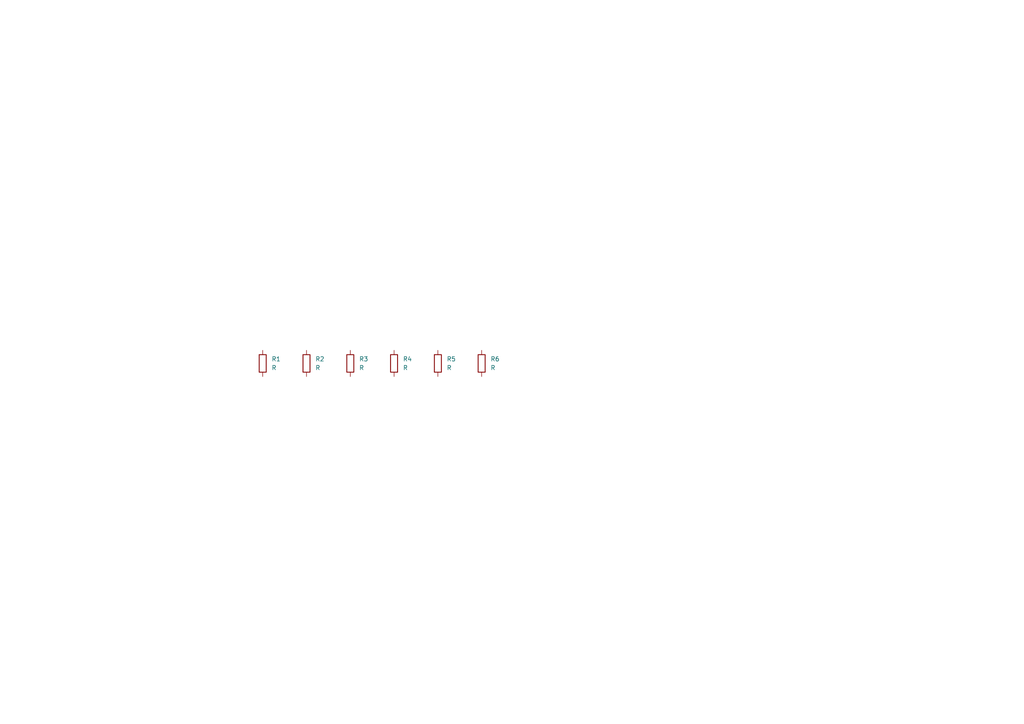
<source format=kicad_sch>
(kicad_sch (version 20250114) (generator "eeschema") (generator_version "9.0")
  (paper "A4")
  (lib_symbols
    (symbol "Device:R" (pin_numbers (hide yes)) (pin_names (offset 0))
      (property "Reference" "R" (at 2.032 0 90))
      (property "Value" "R" (at 0 0 90))
      (symbol "R_0_1"
        (rectangle (start -1.016 -2.54) (end 1.016 2.54) (stroke (width 0.254)))
      )
      (symbol "R_1_1"
        (pin passive line (at 0 3.81 270) (length 1.27) (name "~") (number "1"))
        (pin passive line (at 0 -3.81 90) (length 1.27) (name "~") (number "2"))
      )
    )
  )
  (symbol (lib_id "Device:R") (at 101.6 105.41 0) (unit 1)
    (property "Reference" "R3" (at 104.14 104.1399 0) (effects (justify left)))
    (property "Value" "R" (at 104.14 106.6799 0) (effects (justify left)))
    (property "Description" "Resistor" (effects (hide yes)))
    (property "Temp" "--10 20" (effects (hide yes)))
  )
  (symbol (lib_id "Device:R") (at 114.3 105.41 0) (unit 1)
    (property "Reference" "R4" (at 116.84 104.1399 0) (effects (justify left)))
    (property "Value" "R" (at 116.84 106.6799 0) (effects (justify left)))
    (property "Description" "Resistor" (effects (hide yes)))
    (property "Temp" "-5 ºC ~ 100 ºC" (effects (hide yes)))
  )
  (symbol (lib_id "Device:R") (at 139.7 105.41 0) (unit 1)
    (property "Reference" "R6" (at 142.24 104.1399 0) (effects (justify left)))
    (property "Value" "R" (at 142.24 106.6799 0) (effects (justify left)))
    (property "Description" "Resistor" (effects (hide yes)))
    (property "Temp" "-25 ºC ~ 100 ºC" (effects (hide yes)))
  )
  (symbol (lib_id "Device:R") (at 127 105.41 0) (unit 1)
    (property "Reference" "R5" (at 129.54 104.1399 0) (effects (justify left)))
    (property "Value" "R" (at 129.54 106.6799 0) (effects (justify left)))
    (property "Description" "Resistor" (effects (hide yes)))
    (property "Temp" "-25 ºC ~ 60 ºC" (effects (hide yes)))
  )
  (symbol (lib_id "Device:R") (at 76.2 105.41 0) (unit 1)
    (property "Reference" "R1" (at 78.74 104.1399 0) (effects (justify left)))
    (property "Value" "R" (at 78.74 106.6799 0) (effects (justify left)))
    (property "Description" "Resistor" (effects (hide yes)))
  )
  (symbol (lib_id "Device:R") (at 88.9 105.41 0) (unit 1)
    (property "Reference" "R2" (at 91.44 104.1399 0) (effects (justify left)))
    (property "Value" "R" (at 91.44 106.6799 0) (effects (justify left)))
    (property "Description" "Resistor" (effects (hide yes)))
    (property "Temp" "no_match" (effects (hide yes)))
  )
)
</source>
